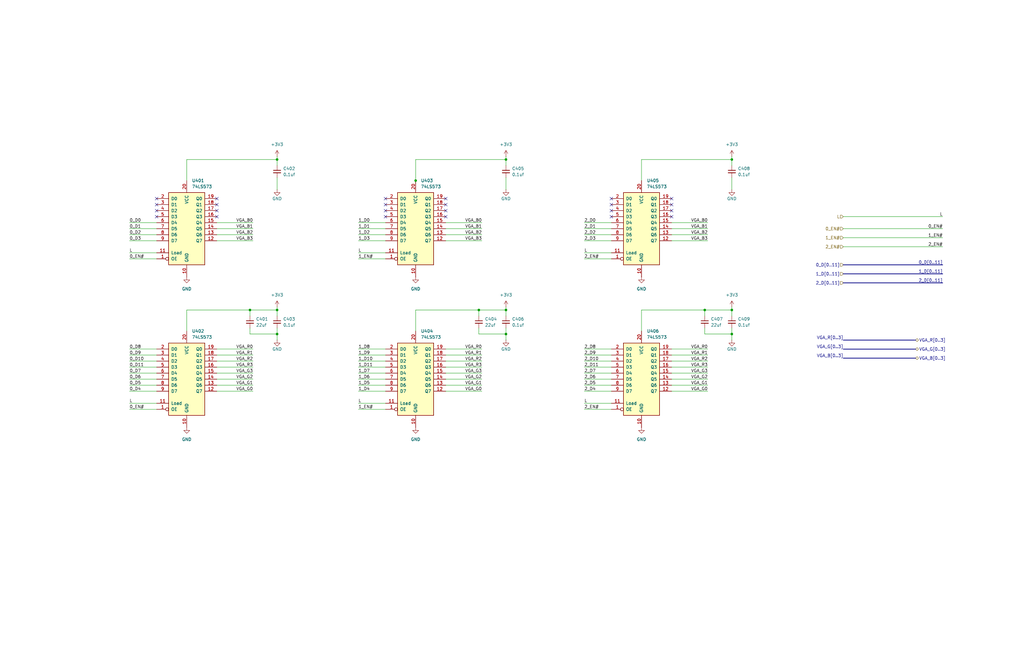
<source format=kicad_sch>
(kicad_sch (version 20231120) (generator "eeschema") (generator_version "8.0")
  (paper "USLedger")
  (lib_symbols
    (symbol "74xx:74LS573" (pin_names (offset 1.016))
      (property "Reference" "U" (at -7.62 16.51 0))
      (property "Value" "74LS573" (at -7.62 -16.51 0))
      (symbol "74LS573_1_0"
        (pin input inverted (at -12.7 -12.7 0) (length 5.08) (name "OE") (number "1"))
        (pin power_in line (at 0 -20.32 90) (length 5.08) (name "GND") (number "10"))
        (pin input line (at -12.7 -10.16 0) (length 5.08) (name "Load") (number "11"))
        (pin tri_state line (at 12.7 -5.08 180) (length 5.08) (name "Q7") (number "12"))
        (pin tri_state line (at 12.7 -2.54 180) (length 5.08) (name "Q6") (number "13"))
        (pin tri_state line (at 12.7 0 180) (length 5.08) (name "Q5") (number "14"))
        (pin tri_state line (at 12.7 2.54 180) (length 5.08) (name "Q4") (number "15"))
        (pin tri_state line (at 12.7 5.08 180) (length 5.08) (name "Q3") (number "16"))
        (pin tri_state line (at 12.7 7.62 180) (length 5.08) (name "Q2") (number "17"))
        (pin tri_state line (at 12.7 10.16 180) (length 5.08) (name "Q1") (number "18"))
        (pin tri_state line (at 12.7 12.7 180) (length 5.08) (name "Q0") (number "19"))
        (pin input line (at -12.7 12.7 0) (length 5.08) (name "D0") (number "2"))
        (pin power_in line (at 0 20.32 270) (length 5.08) (name "VCC") (number "20"))
        (pin input line (at -12.7 10.16 0) (length 5.08) (name "D1") (number "3"))
        (pin input line (at -12.7 7.62 0) (length 5.08) (name "D2") (number "4"))
        (pin input line (at -12.7 5.08 0) (length 5.08) (name "D3") (number "5"))
        (pin input line (at -12.7 2.54 0) (length 5.08) (name "D4") (number "6"))
        (pin input line (at -12.7 0 0) (length 5.08) (name "D5") (number "7"))
        (pin input line (at -12.7 -2.54 0) (length 5.08) (name "D6") (number "8"))
        (pin input line (at -12.7 -5.08 0) (length 5.08) (name "D7") (number "9"))
      )
      (symbol "74LS573_1_1"
        (rectangle (start -7.62 15.24) (end 7.62 -15.24) (stroke (width 0.254)) (fill (type background)))
      )
    )
    (symbol "Device:C_Small" (pin_numbers hide) (pin_names (offset 0.254) hide)
      (property "Reference" "C" (at 0.254 1.778 0))
      (property "Value" "C_Small" (at 0.254 -2.032 0))
      (symbol "C_Small_0_1"
        (polyline (pts (xy -1.524 -0.508) (xy 1.524 -0.508)) (stroke (width 0.3302)))
        (polyline (pts (xy -1.524 0.508) (xy 1.524 0.508)) (stroke (width 0.3048)))
      )
      (symbol "C_Small_1_1"
        (pin passive line (at 0 2.54 270) (length 2.032) (name "~") (number "1"))
        (pin passive line (at 0 -2.54 90) (length 2.032) (name "~") (number "2"))
      )
    )
    (symbol "power:+3V3" (power) (pin_numbers hide) (pin_names (offset 0) hide)
      (property "Value" "+3V3" (at 0 3.556 0))
      (symbol "+3V3_0_1"
        (polyline (pts (xy -0.762 1.27) (xy 0 2.54)))
        (polyline (pts (xy 0 0) (xy 0 2.54)))
        (polyline (pts (xy 0 2.54) (xy 0.762 1.27)))
      )
      (symbol "+3V3_1_1"
        (pin power_in line (at 0 0 90) (length 0) (name "~") (number "1"))
      )
    )
    (symbol "power:GND" (power) (pin_numbers hide) (pin_names (offset 0) hide)
      (property "Value" "GND" (at 0 -3.81 0))
      (symbol "GND_0_1"
        (polyline (pts (xy 0 0) (xy 0 -1.27) (xy 1.27 -1.27) (xy 0 -2.54) (xy -1.27 -1.27) (xy 0 -1.27)))
      )
      (symbol "GND_1_1"
        (pin power_in line (at 0 0 270) (length 0) (name "~") (number "1"))
      )
    )
  )
  (junction (at 105.41 130.81))
  (junction (at 116.84 67.31))
  (junction (at 116.84 140.97))
  (junction (at 308.61 67.31))
  (junction (at 308.61 130.81))
  (junction (at 297.18 130.81))
  (junction (at 308.61 140.97))
  (junction (at 213.36 130.81))
  (junction (at 116.84 130.81))
  (junction (at 201.93 130.81))
  (junction (at 213.36 140.97))
  (junction (at 213.36 67.31))
  (junction (at 175.26 76.2))
  (no_connect (at 187.96 86.36))
  (no_connect (at 91.44 91.44))
  (no_connect (at 91.44 86.36))
  (no_connect (at 283.21 88.9))
  (no_connect (at 162.56 88.9))
  (no_connect (at 283.21 83.82))
  (no_connect (at 257.81 88.9))
  (no_connect (at 257.81 83.82))
  (no_connect (at 162.56 83.82))
  (no_connect (at 91.44 88.9))
  (no_connect (at 66.04 88.9))
  (no_connect (at 187.96 88.9))
  (no_connect (at 257.81 86.36))
  (no_connect (at 91.44 83.82))
  (no_connect (at 283.21 91.44))
  (no_connect (at 187.96 91.44))
  (no_connect (at 66.04 86.36))
  (no_connect (at 162.56 86.36))
  (no_connect (at 283.21 86.36))
  (no_connect (at 162.56 91.44))
  (no_connect (at 66.04 91.44))
  (no_connect (at 257.81 91.44))
  (no_connect (at 66.04 83.82))
  (no_connect (at 187.96 83.82))
  (wire (pts (xy 246.38 96.52) (xy 257.81 96.52)))
  (wire (pts (xy 91.44 99.06) (xy 106.68 99.06)))
  (wire (pts (xy 187.96 157.48) (xy 203.2 157.48)))
  (wire (pts (xy 297.18 140.97) (xy 308.61 140.97)))
  (wire (pts (xy 151.13 170.18) (xy 162.56 170.18)))
  (wire (pts (xy 91.44 152.4) (xy 106.68 152.4)))
  (wire (pts (xy 283.21 99.06) (xy 298.45 99.06)))
  (bus (pts (xy 355.6 115.57) (xy 397.51 115.57)))
  (wire (pts (xy 54.61 157.48) (xy 66.04 157.48)))
  (wire (pts (xy 355.6 91.44) (xy 397.51 91.44)))
  (wire (pts (xy 78.74 130.81) (xy 105.41 130.81)))
  (wire (pts (xy 151.13 99.06) (xy 162.56 99.06)))
  (wire (pts (xy 175.26 77.47) (xy 175.26 76.2)))
  (wire (pts (xy 308.61 130.81) (xy 308.61 133.35)))
  (wire (pts (xy 91.44 162.56) (xy 106.68 162.56)))
  (wire (pts (xy 175.26 130.81) (xy 201.93 130.81)))
  (wire (pts (xy 54.61 172.72) (xy 66.04 172.72)))
  (wire (pts (xy 54.61 149.86) (xy 66.04 149.86)))
  (wire (pts (xy 151.13 165.1) (xy 162.56 165.1)))
  (wire (pts (xy 116.84 129.54) (xy 116.84 130.81)))
  (wire (pts (xy 151.13 152.4) (xy 162.56 152.4)))
  (wire (pts (xy 308.61 129.54) (xy 308.61 130.81)))
  (wire (pts (xy 91.44 93.98) (xy 106.68 93.98)))
  (wire (pts (xy 213.36 138.43) (xy 213.36 140.97)))
  (wire (pts (xy 54.61 101.6) (xy 66.04 101.6)))
  (wire (pts (xy 283.21 160.02) (xy 298.45 160.02)))
  (wire (pts (xy 201.93 140.97) (xy 213.36 140.97)))
  (wire (pts (xy 246.38 147.32) (xy 257.81 147.32)))
  (wire (pts (xy 187.96 147.32) (xy 203.2 147.32)))
  (wire (pts (xy 54.61 162.56) (xy 66.04 162.56)))
  (wire (pts (xy 246.38 99.06) (xy 257.81 99.06)))
  (wire (pts (xy 246.38 109.22) (xy 257.81 109.22)))
  (wire (pts (xy 213.36 74.93) (xy 213.36 80.01)))
  (wire (pts (xy 187.96 165.1) (xy 203.2 165.1)))
  (wire (pts (xy 187.96 101.6) (xy 203.2 101.6)))
  (wire (pts (xy 54.61 160.02) (xy 66.04 160.02)))
  (wire (pts (xy 283.21 162.56) (xy 298.45 162.56)))
  (wire (pts (xy 151.13 101.6) (xy 162.56 101.6)))
  (wire (pts (xy 187.96 149.86) (xy 203.2 149.86)))
  (wire (pts (xy 91.44 149.86) (xy 106.68 149.86)))
  (wire (pts (xy 246.38 93.98) (xy 257.81 93.98)))
  (wire (pts (xy 116.84 66.04) (xy 116.84 67.31)))
  (wire (pts (xy 105.41 130.81) (xy 116.84 130.81)))
  (wire (pts (xy 91.44 154.94) (xy 106.68 154.94)))
  (wire (pts (xy 308.61 138.43) (xy 308.61 140.97)))
  (wire (pts (xy 91.44 101.6) (xy 106.68 101.6)))
  (wire (pts (xy 187.96 162.56) (xy 203.2 162.56)))
  (wire (pts (xy 270.51 130.81) (xy 297.18 130.81)))
  (wire (pts (xy 246.38 149.86) (xy 257.81 149.86)))
  (wire (pts (xy 283.21 165.1) (xy 298.45 165.1)))
  (wire (pts (xy 246.38 160.02) (xy 257.81 160.02)))
  (wire (pts (xy 54.61 170.18) (xy 66.04 170.18)))
  (wire (pts (xy 283.21 152.4) (xy 298.45 152.4)))
  (wire (pts (xy 355.6 100.33) (xy 397.51 100.33)))
  (wire (pts (xy 187.96 93.98) (xy 203.2 93.98)))
  (wire (pts (xy 246.38 162.56) (xy 257.81 162.56)))
  (wire (pts (xy 297.18 138.43) (xy 297.18 140.97)))
  (wire (pts (xy 151.13 172.72) (xy 162.56 172.72)))
  (wire (pts (xy 187.96 99.06) (xy 203.2 99.06)))
  (bus (pts (xy 355.6 111.76) (xy 397.51 111.76)))
  (wire (pts (xy 91.44 96.52) (xy 106.68 96.52)))
  (wire (pts (xy 308.61 74.93) (xy 308.61 80.01)))
  (wire (pts (xy 91.44 157.48) (xy 106.68 157.48)))
  (wire (pts (xy 151.13 106.68) (xy 162.56 106.68)))
  (wire (pts (xy 151.13 160.02) (xy 162.56 160.02)))
  (wire (pts (xy 283.21 96.52) (xy 298.45 96.52)))
  (wire (pts (xy 105.41 138.43) (xy 105.41 140.97)))
  (wire (pts (xy 283.21 157.48) (xy 298.45 157.48)))
  (wire (pts (xy 246.38 106.68) (xy 257.81 106.68)))
  (wire (pts (xy 54.61 99.06) (xy 66.04 99.06)))
  (wire (pts (xy 105.41 140.97) (xy 116.84 140.97)))
  (wire (pts (xy 213.36 129.54) (xy 213.36 130.81)))
  (wire (pts (xy 91.44 160.02) (xy 106.68 160.02)))
  (wire (pts (xy 246.38 154.94) (xy 257.81 154.94)))
  (bus (pts (xy 355.6 143.51) (xy 386.08 143.51)))
  (wire (pts (xy 213.36 67.31) (xy 213.36 69.85)))
  (wire (pts (xy 283.21 154.94) (xy 298.45 154.94)))
  (wire (pts (xy 201.93 130.81) (xy 201.93 133.35)))
  (wire (pts (xy 116.84 130.81) (xy 116.84 133.35)))
  (wire (pts (xy 201.93 130.81) (xy 213.36 130.81)))
  (wire (pts (xy 246.38 157.48) (xy 257.81 157.48)))
  (wire (pts (xy 297.18 130.81) (xy 308.61 130.81)))
  (bus (pts (xy 355.6 147.32) (xy 386.08 147.32)))
  (wire (pts (xy 116.84 67.31) (xy 116.84 69.85)))
  (wire (pts (xy 283.21 101.6) (xy 298.45 101.6)))
  (wire (pts (xy 308.61 66.04) (xy 308.61 67.31)))
  (wire (pts (xy 187.96 154.94) (xy 203.2 154.94)))
  (wire (pts (xy 246.38 152.4) (xy 257.81 152.4)))
  (wire (pts (xy 246.38 165.1) (xy 257.81 165.1)))
  (wire (pts (xy 151.13 157.48) (xy 162.56 157.48)))
  (wire (pts (xy 54.61 165.1) (xy 66.04 165.1)))
  (wire (pts (xy 246.38 101.6) (xy 257.81 101.6)))
  (wire (pts (xy 54.61 109.22) (xy 66.04 109.22)))
  (wire (pts (xy 151.13 109.22) (xy 162.56 109.22)))
  (wire (pts (xy 308.61 140.97) (xy 308.61 143.51)))
  (wire (pts (xy 201.93 138.43) (xy 201.93 140.97)))
  (wire (pts (xy 91.44 165.1) (xy 106.68 165.1)))
  (wire (pts (xy 54.61 93.98) (xy 66.04 93.98)))
  (wire (pts (xy 54.61 154.94) (xy 66.04 154.94)))
  (wire (pts (xy 270.51 76.2) (xy 270.51 67.31)))
  (wire (pts (xy 175.26 139.7) (xy 175.26 130.81)))
  (wire (pts (xy 151.13 162.56) (xy 162.56 162.56)))
  (wire (pts (xy 355.6 104.14) (xy 397.51 104.14)))
  (wire (pts (xy 116.84 140.97) (xy 116.84 143.51)))
  (wire (pts (xy 283.21 93.98) (xy 298.45 93.98)))
  (wire (pts (xy 116.84 138.43) (xy 116.84 140.97)))
  (wire (pts (xy 54.61 106.68) (xy 66.04 106.68)))
  (wire (pts (xy 213.36 66.04) (xy 213.36 67.31)))
  (wire (pts (xy 54.61 152.4) (xy 66.04 152.4)))
  (wire (pts (xy 175.26 67.31) (xy 175.26 76.2)))
  (wire (pts (xy 213.36 130.81) (xy 213.36 133.35)))
  (wire (pts (xy 213.36 140.97) (xy 213.36 143.51)))
  (wire (pts (xy 308.61 67.31) (xy 308.61 69.85)))
  (wire (pts (xy 246.38 172.72) (xy 257.81 172.72)))
  (wire (pts (xy 78.74 67.31) (xy 116.84 67.31)))
  (wire (pts (xy 54.61 96.52) (xy 66.04 96.52)))
  (wire (pts (xy 283.21 149.86) (xy 298.45 149.86)))
  (wire (pts (xy 78.74 139.7) (xy 78.74 130.81)))
  (bus (pts (xy 355.6 151.13) (xy 386.08 151.13)))
  (wire (pts (xy 355.6 96.52) (xy 397.51 96.52)))
  (wire (pts (xy 151.13 149.86) (xy 162.56 149.86)))
  (wire (pts (xy 187.96 96.52) (xy 203.2 96.52)))
  (wire (pts (xy 246.38 170.18) (xy 257.81 170.18)))
  (wire (pts (xy 270.51 67.31) (xy 308.61 67.31)))
  (wire (pts (xy 283.21 147.32) (xy 298.45 147.32)))
  (wire (pts (xy 297.18 133.35) (xy 297.18 130.81)))
  (wire (pts (xy 151.13 93.98) (xy 162.56 93.98)))
  (bus (pts (xy 355.6 119.38) (xy 397.51 119.38)))
  (wire (pts (xy 151.13 147.32) (xy 162.56 147.32)))
  (wire (pts (xy 187.96 152.4) (xy 203.2 152.4)))
  (wire (pts (xy 187.96 160.02) (xy 203.2 160.02)))
  (wire (pts (xy 151.13 154.94) (xy 162.56 154.94)))
  (wire (pts (xy 54.61 147.32) (xy 66.04 147.32)))
  (wire (pts (xy 78.74 76.2) (xy 78.74 67.31)))
  (wire (pts (xy 105.41 133.35) (xy 105.41 130.81)))
  (wire (pts (xy 270.51 139.7) (xy 270.51 130.81)))
  (wire (pts (xy 91.44 147.32) (xy 106.68 147.32)))
  (wire (pts (xy 116.84 74.93) (xy 116.84 80.01)))
  (wire (pts (xy 151.13 96.52) (xy 162.56 96.52)))
  (wire (pts (xy 175.26 67.31) (xy 213.36 67.31)))
  (label "2_EN#" (at 397.51 104.14 180))
  (label "0_D8" (at 54.61 147.32 0))
  (label "1_D6" (at 151.13 160.02 0))
  (label "VGA_R3" (at 203.2 154.94 180))
  (label "1_D3" (at 151.13 101.6 0))
  (label "0_D11" (at 54.61 154.94 0))
  (label "2_D[0..11]" (at 397.51 119.38 180))
  (label "VGA_R2" (at 298.45 152.4 180))
  (label "2_D6" (at 246.38 160.02 0))
  (label "1_D10" (at 151.13 152.4 0))
  (label "2_D5" (at 246.38 162.56 0))
  (label "1_D11" (at 151.13 154.94 0))
  (label "1_EN#" (at 151.13 109.22 0))
  (label "VGA_G0" (at 106.68 165.1 180))
  (label "VGA_B2" (at 203.2 99.06 180))
  (label "0_D2" (at 54.61 99.06 0))
  (label "VGA_B3" (at 298.45 101.6 180))
  (label "0_EN#" (at 54.61 172.72 0))
  (label "L" (at 54.61 170.18 0))
  (label "1_D9" (at 151.13 149.86 0))
  (label "2_D2" (at 246.38 99.06 0))
  (label "VGA_G3" (at 106.68 157.48 180))
  (label "2_D10" (at 246.38 152.4 0))
  (label "0_D3" (at 54.61 101.6 0))
  (label "1_D7" (at 151.13 157.48 0))
  (label "VGA_G[0..3]" (at 355.6 147.32 180))
  (label "VGA_R2" (at 203.2 152.4 180))
  (label "VGA_B1" (at 106.68 96.52 180))
  (label "0_EN#" (at 397.51 96.52 180))
  (label "VGA_R1" (at 106.68 149.86 180))
  (label "2_D9" (at 246.38 149.86 0))
  (label "VGA_R1" (at 203.2 149.86 180))
  (label "2_D0" (at 246.38 93.98 0))
  (label "L" (at 246.38 106.68 0))
  (label "VGA_G1" (at 106.68 162.56 180))
  (label "2_D4" (at 246.38 165.1 0))
  (label "1_D8" (at 151.13 147.32 0))
  (label "VGA_R0" (at 203.2 147.32 180))
  (label "VGA_G0" (at 298.45 165.1 180))
  (label "VGA_R0" (at 298.45 147.32 180))
  (label "2_D7" (at 246.38 157.48 0))
  (label "1_D1" (at 151.13 96.52 0))
  (label "L" (at 151.13 106.68 0))
  (label "2_D11" (at 246.38 154.94 0))
  (label "1_D5" (at 151.13 162.56 0))
  (label "0_D6" (at 54.61 160.02 0))
  (label "VGA_B2" (at 298.45 99.06 180))
  (label "VGA_R0" (at 106.68 147.32 180))
  (label "L" (at 397.51 91.44 180))
  (label "L" (at 54.61 106.68 0))
  (label "VGA_B2" (at 106.68 99.06 180))
  (label "1_D0" (at 151.13 93.98 0))
  (label "0_D4" (at 54.61 165.1 0))
  (label "VGA_R1" (at 298.45 149.86 180))
  (label "VGA_B[0..3]" (at 355.6 151.13 180))
  (label "0_EN#" (at 54.61 109.22 0))
  (label "VGA_G1" (at 298.45 162.56 180))
  (label "1_D[0..11]" (at 397.51 115.57 180))
  (label "0_D0" (at 54.61 93.98 0))
  (label "VGA_R3" (at 298.45 154.94 180))
  (label "1_D2" (at 151.13 99.06 0))
  (label "L" (at 151.13 170.18 0))
  (label "2_D1" (at 246.38 96.52 0))
  (label "VGA_G3" (at 298.45 157.48 180))
  (label "VGA_B0" (at 203.2 93.98 180))
  (label "VGA_B0" (at 298.45 93.98 180))
  (label "0_D9" (at 54.61 149.86 0))
  (label "VGA_B0" (at 106.68 93.98 180))
  (label "VGA_B1" (at 203.2 96.52 180))
  (label "VGA_R[0..3]" (at 355.6 143.51 180))
  (label "2_D3" (at 246.38 101.6 0))
  (label "0_D5" (at 54.61 162.56 0))
  (label "0_D7" (at 54.61 157.48 0))
  (label "VGA_G2" (at 203.2 160.02 180))
  (label "2_EN#" (at 246.38 172.72 0))
  (label "VGA_G1" (at 203.2 162.56 180))
  (label "VGA_B3" (at 106.68 101.6 180))
  (label "2_D8" (at 246.38 147.32 0))
  (label "VGA_G0" (at 203.2 165.1 180))
  (label "VGA_B3" (at 203.2 101.6 180))
  (label "VGA_R3" (at 106.68 154.94 180))
  (label "VGA_B1" (at 298.45 96.52 180))
  (label "VGA_G3" (at 203.2 157.48 180))
  (label "VGA_R2" (at 106.68 152.4 180))
  (label "0_D[0..11]" (at 397.51 111.76 180))
  (label "L" (at 246.38 170.18 0))
  (label "2_EN#" (at 246.38 109.22 0))
  (label "1_D4" (at 151.13 165.1 0))
  (label "0_D1" (at 54.61 96.52 0))
  (label "VGA_G2" (at 106.68 160.02 180))
  (label "1_EN#" (at 151.13 172.72 0))
  (label "1_EN#" (at 397.51 100.33 180))
  (label "0_D10" (at 54.61 152.4 0))
  (label "VGA_G2" (at 298.45 160.02 180))
  (hierarchical_label "1_D[0..11]" (shape input) (at 355.6 115.57 180))
  (hierarchical_label "L" (shape input) (at 355.6 91.44 180))
  (hierarchical_label "1_EN#" (shape input) (at 355.6 100.33 180))
  (hierarchical_label "2_EN#" (shape input) (at 355.6 104.14 180))
  (hierarchical_label "2_D[0..11]" (shape input) (at 355.6 119.38 180))
  (hierarchical_label "VGA_R[0..3]" (shape tri_state) (at 386.08 143.51 0))
  (hierarchical_label "0_D[0..11]" (shape input) (at 355.6 111.76 180))
  (hierarchical_label "VGA_G[0..3]" (shape tri_state) (at 386.08 147.32 0))
  (hierarchical_label "0_EN#" (shape input) (at 355.6 96.52 180))
  (hierarchical_label "VGA_B[0..3]" (shape tri_state) (at 386.08 151.13 0))
  (symbol (lib_id "power:+3V3") (at 213.36 129.54 0) (unit 1)
    (property "Reference" "#PWR0411" (effects (hide yes)))
    (property "Value" "+3V3" (at 213.36 124.46 0))
    (property "Description" "Power symbol creates a global label with name \"+3V3\"" (effects (hide yes)))
  )
  (symbol (lib_id "power:GND") (at 116.84 80.01 0) (unit 1)
    (property "Reference" "#PWR0404" (effects (hide yes)))
    (property "Value" "GND" (at 116.84 83.82 0))
    (property "Description" "Power symbol creates a global label with name \"GND\" , ground" (effects (hide yes)))
  )
  (symbol (lib_id "power:GND") (at 308.61 80.01 0) (unit 1)
    (property "Reference" "#PWR0416" (effects (hide yes)))
    (property "Value" "GND" (at 308.61 83.82 0))
    (property "Description" "Power symbol creates a global label with name \"GND\" , ground" (effects (hide yes)))
  )
  (symbol (lib_id "power:GND") (at 78.74 180.34 0) (unit 1)
    (property "Reference" "#PWR0402" (effects (hide yes)))
    (property "Value" "GND" (at 78.74 185.42 0))
    (property "Description" "Power symbol creates a global label with name \"GND\" , ground" (effects (hide yes)))
  )
  (symbol (lib_id "Device:C_Small") (at 116.84 135.89 0) (unit 1)
    (property "Reference" "C403" (at 119.38 134.6262 0) (effects (justify left)))
    (property "Value" "0.1uf" (at 119.38 137.1662 0) (effects (justify left)))
    (property "Footprint" "Capacitor_SMD:C_0402_1005Metric" (effects (hide yes)))
    (property "Description" "Unpolarized capacitor, small symbol" (effects (hide yes)))
    (property "LCSC Part #" "C1525" (effects (hide yes)))
    (property "Digi-Key Part Number" "490-6328-1-ND" (effects (hide yes)))
  )
  (symbol (lib_id "Device:C_Small") (at 297.18 135.89 0) (unit 1)
    (property "Reference" "C407" (at 299.72 134.6262 0) (effects (justify left)))
    (property "Value" "22uf" (at 299.72 137.1662 0) (effects (justify left)))
    (property "Footprint" "Capacitor_SMD:C_0603_1608Metric" (effects (hide yes)))
    (property "Description" "Unpolarized capacitor, small symbol" (effects (hide yes)))
    (property "LCSC Part #" "C59461" (effects (hide yes)))
    (property "Digi-Key Part Number" "490-7611-1-ND" (effects (hide yes)))
  )
  (symbol (lib_id "74xx:74LS573") (at 175.26 160.02 0) (unit 1)
    (property "Reference" "U404" (at 177.4541 139.7 0) (effects (justify left)))
    (property "Value" "74LS573" (at 177.4541 142.24 0) (effects (justify left)))
    (property "Footprint" "Package_SO:SSOP-20_4.4x6.5mm_P0.65mm" (effects (hide yes)))
    (property "Datasheet" "74xx/74hc573.pdf" (effects (hide yes)))
    (property "Description" "8-bit Latch 3-state outputs" (effects (hide yes)))
    (property "LCSC Part #" "C7194124" (effects (hide yes)))
  )
  (symbol (lib_id "power:+3V3") (at 116.84 66.04 0) (unit 1)
    (property "Reference" "#PWR0403" (effects (hide yes)))
    (property "Value" "+3V3" (at 116.84 60.96 0))
    (property "Description" "Power symbol creates a global label with name \"+3V3\"" (effects (hide yes)))
  )
  (symbol (lib_id "power:GND") (at 308.61 143.51 0) (unit 1)
    (property "Reference" "#PWR0418" (effects (hide yes)))
    (property "Value" "GND" (at 308.61 147.32 0))
    (property "Description" "Power symbol creates a global label with name \"GND\" , ground" (effects (hide yes)))
  )
  (symbol (lib_id "power:+3V3") (at 308.61 66.04 0) (unit 1)
    (property "Reference" "#PWR0415" (effects (hide yes)))
    (property "Value" "+3V3" (at 308.61 60.96 0))
    (property "Description" "Power symbol creates a global label with name \"+3V3\"" (effects (hide yes)))
  )
  (symbol (lib_id "74xx:74LS573") (at 78.74 96.52 0) (unit 1)
    (property "Reference" "U401" (at 80.9341 76.2 0) (effects (justify left)))
    (property "Value" "74LS573" (at 80.9341 78.74 0) (effects (justify left)))
    (property "Footprint" "Package_SO:SSOP-20_4.4x6.5mm_P0.65mm" (effects (hide yes)))
    (property "Datasheet" "74xx/74hc573.pdf" (effects (hide yes)))
    (property "Description" "8-bit Latch 3-state outputs" (effects (hide yes)))
    (property "LCSC Part #" "C7194124" (effects (hide yes)))
  )
  (symbol (lib_id "power:GND") (at 213.36 80.01 0) (unit 1)
    (property "Reference" "#PWR0410" (effects (hide yes)))
    (property "Value" "GND" (at 213.36 83.82 0))
    (property "Description" "Power symbol creates a global label with name \"GND\" , ground" (effects (hide yes)))
  )
  (symbol (lib_id "power:+3V3") (at 213.36 66.04 0) (unit 1)
    (property "Reference" "#PWR0409" (effects (hide yes)))
    (property "Value" "+3V3" (at 213.36 60.96 0))
    (property "Description" "Power symbol creates a global label with name \"+3V3\"" (effects (hide yes)))
  )
  (symbol (lib_id "74xx:74LS573") (at 270.51 160.02 0) (unit 1)
    (property "Reference" "U406" (at 272.7041 139.7 0) (effects (justify left)))
    (property "Value" "74LS573" (at 272.7041 142.24 0) (effects (justify left)))
    (property "Footprint" "Package_SO:SSOP-20_4.4x6.5mm_P0.65mm" (effects (hide yes)))
    (property "Datasheet" "74xx/74hc573.pdf" (effects (hide yes)))
    (property "Description" "8-bit Latch 3-state outputs" (effects (hide yes)))
    (property "LCSC Part #" "C7194124" (effects (hide yes)))
  )
  (symbol (lib_id "power:GND") (at 175.26 116.84 0) (unit 1)
    (property "Reference" "#PWR0407" (effects (hide yes)))
    (property "Value" "GND" (at 175.26 121.92 0))
    (property "Description" "Power symbol creates a global label with name \"GND\" , ground" (effects (hide yes)))
  )
  (symbol (lib_id "power:+3V3") (at 116.84 129.54 0) (unit 1)
    (property "Reference" "#PWR0405" (effects (hide yes)))
    (property "Value" "+3V3" (at 116.84 124.46 0))
    (property "Description" "Power symbol creates a global label with name \"+3V3\"" (effects (hide yes)))
  )
  (symbol (lib_id "power:+3V3") (at 308.61 129.54 0) (unit 1)
    (property "Reference" "#PWR0417" (effects (hide yes)))
    (property "Value" "+3V3" (at 308.61 124.46 0))
    (property "Description" "Power symbol creates a global label with name \"+3V3\"" (effects (hide yes)))
  )
  (symbol (lib_id "Device:C_Small") (at 308.61 135.89 0) (unit 1)
    (property "Reference" "C409" (at 311.15 134.6262 0) (effects (justify left)))
    (property "Value" "0.1uf" (at 311.15 137.1662 0) (effects (justify left)))
    (property "Footprint" "Capacitor_SMD:C_0402_1005Metric" (effects (hide yes)))
    (property "Description" "Unpolarized capacitor, small symbol" (effects (hide yes)))
    (property "LCSC Part #" "C1525" (effects (hide yes)))
    (property "Digi-Key Part Number" "490-6328-1-ND" (effects (hide yes)))
  )
  (symbol (lib_id "74xx:74LS573") (at 175.26 96.52 0) (unit 1)
    (property "Reference" "U403" (at 177.4541 76.2 0) (effects (justify left)))
    (property "Value" "74LS573" (at 177.4541 78.74 0) (effects (justify left)))
    (property "Footprint" "Package_SO:SSOP-20_4.4x6.5mm_P0.65mm" (effects (hide yes)))
    (property "Datasheet" "74xx/74hc573.pdf" (effects (hide yes)))
    (property "Description" "8-bit Latch 3-state outputs" (effects (hide yes)))
    (property "LCSC Part #" "C7194124" (effects (hide yes)))
  )
  (symbol (lib_id "power:GND") (at 116.84 143.51 0) (unit 1)
    (property "Reference" "#PWR0406" (effects (hide yes)))
    (property "Value" "GND" (at 116.84 147.32 0))
    (property "Description" "Power symbol creates a global label with name \"GND\" , ground" (effects (hide yes)))
  )
  (symbol (lib_id "Device:C_Small") (at 213.36 72.39 0) (unit 1)
    (property "Reference" "C405" (at 215.9 71.1262 0) (effects (justify left)))
    (property "Value" "0.1uf" (at 215.9 73.6662 0) (effects (justify left)))
    (property "Footprint" "Capacitor_SMD:C_0402_1005Metric" (effects (hide yes)))
    (property "Description" "Unpolarized capacitor, small symbol" (effects (hide yes)))
    (property "LCSC Part #" "C1525" (effects (hide yes)))
    (property "Digi-Key Part Number" "490-6328-1-ND" (effects (hide yes)))
  )
  (symbol (lib_id "74xx:74LS573") (at 270.51 96.52 0) (unit 1)
    (property "Reference" "U405" (at 272.7041 76.2 0) (effects (justify left)))
    (property "Value" "74LS573" (at 272.7041 78.74 0) (effects (justify left)))
    (property "Footprint" "Package_SO:SSOP-20_4.4x6.5mm_P0.65mm" (effects (hide yes)))
    (property "Datasheet" "74xx/74hc573.pdf" (effects (hide yes)))
    (property "Description" "8-bit Latch 3-state outputs" (effects (hide yes)))
    (property "LCSC Part #" "C7194124" (effects (hide yes)))
  )
  (symbol (lib_id "74xx:74LS573") (at 78.74 160.02 0) (unit 1)
    (property "Reference" "U402" (at 80.9341 139.7 0) (effects (justify left)))
    (property "Value" "74LS573" (at 80.9341 142.24 0) (effects (justify left)))
    (property "Footprint" "Package_SO:SSOP-20_4.4x6.5mm_P0.65mm" (effects (hide yes)))
    (property "Datasheet" "74xx/74hc573.pdf" (effects (hide yes)))
    (property "Description" "8-bit Latch 3-state outputs" (effects (hide yes)))
    (property "LCSC Part #" "C7194124" (effects (hide yes)))
  )
  (symbol (lib_id "power:GND") (at 78.74 116.84 0) (unit 1)
    (property "Reference" "#PWR0401" (effects (hide yes)))
    (property "Value" "GND" (at 78.74 121.92 0))
    (property "Description" "Power symbol creates a global label with name \"GND\" , ground" (effects (hide yes)))
  )
  (symbol (lib_id "Device:C_Small") (at 308.61 72.39 0) (unit 1)
    (property "Reference" "C408" (at 311.15 71.1262 0) (effects (justify left)))
    (property "Value" "0.1uf" (at 311.15 73.6662 0) (effects (justify left)))
    (property "Footprint" "Capacitor_SMD:C_0402_1005Metric" (effects (hide yes)))
    (property "Description" "Unpolarized capacitor, small symbol" (effects (hide yes)))
    (property "LCSC Part #" "C1525" (effects (hide yes)))
    (property "Digi-Key Part Number" "490-6328-1-ND" (effects (hide yes)))
  )
  (symbol (lib_id "Device:C_Small") (at 105.41 135.89 0) (unit 1)
    (property "Reference" "C401" (at 107.95 134.6262 0) (effects (justify left)))
    (property "Value" "22uf" (at 107.95 137.1662 0) (effects (justify left)))
    (property "Footprint" "Capacitor_SMD:C_0603_1608Metric" (effects (hide yes)))
    (property "Description" "Unpolarized capacitor, small symbol" (effects (hide yes)))
    (property "LCSC Part #" "C59461" (effects (hide yes)))
    (property "Digi-Key Part Number" "490-7611-1-ND" (effects (hide yes)))
  )
  (symbol (lib_id "Device:C_Small") (at 201.93 135.89 0) (unit 1)
    (property "Reference" "C404" (at 204.47 134.6262 0) (effects (justify left)))
    (property "Value" "22uf" (at 204.47 137.1662 0) (effects (justify left)))
    (property "Footprint" "Capacitor_SMD:C_0603_1608Metric" (effects (hide yes)))
    (property "Description" "Unpolarized capacitor, small symbol" (effects (hide yes)))
    (property "LCSC Part #" "C1525" (effects (hide yes)))
    (property "Digi-Key Part Number" "490-6328-1-ND" (effects (hide yes)))
  )
  (symbol (lib_id "power:GND") (at 270.51 180.34 0) (unit 1)
    (property "Reference" "#PWR0414" (effects (hide yes)))
    (property "Value" "GND" (at 270.51 185.42 0))
    (property "Description" "Power symbol creates a global label with name \"GND\" , ground" (effects (hide yes)))
  )
  (symbol (lib_id "power:GND") (at 213.36 143.51 0) (unit 1)
    (property "Reference" "#PWR0412" (effects (hide yes)))
    (property "Value" "GND" (at 213.36 147.32 0))
    (property "Description" "Power symbol creates a global label with name \"GND\" , ground" (effects (hide yes)))
  )
  (symbol (lib_id "Device:C_Small") (at 116.84 72.39 0) (unit 1)
    (property "Reference" "C402" (at 119.38 71.1262 0) (effects (justify left)))
    (property "Value" "0.1uf" (at 119.38 73.6662 0) (effects (justify left)))
    (property "Footprint" "Capacitor_SMD:C_0402_1005Metric" (effects (hide yes)))
    (property "Description" "Unpolarized capacitor, small symbol" (effects (hide yes)))
    (property "LCSC Part #" "C1525" (effects (hide yes)))
    (property "Digi-Key Part Number" "490-6328-1-ND" (effects (hide yes)))
  )
  (symbol (lib_id "power:GND") (at 175.26 180.34 0) (unit 1)
    (property "Reference" "#PWR0408" (effects (hide yes)))
    (property "Value" "GND" (at 175.26 185.42 0))
    (property "Description" "Power symbol creates a global label with name \"GND\" , ground" (effects (hide yes)))
  )
  (symbol (lib_id "Device:C_Small") (at 213.36 135.89 0) (unit 1)
    (property "Reference" "C406" (at 215.9 134.6262 0) (effects (justify left)))
    (property "Value" "0.1uf" (at 215.9 137.1662 0) (effects (justify left)))
    (property "Footprint" "Capacitor_SMD:C_0402_1005Metric" (effects (hide yes)))
    (property "Description" "Unpolarized capacitor, small symbol" (effects (hide yes)))
    (property "LCSC Part #" "C1525" (effects (hide yes)))
    (property "Digi-Key Part Number" "490-6328-1-ND" (effects (hide yes)))
  )
  (symbol (lib_id "power:GND") (at 270.51 116.84 0) (unit 1)
    (property "Reference" "#PWR0413" (effects (hide yes)))
    (property "Value" "GND" (at 270.51 121.92 0))
    (property "Description" "Power symbol creates a global label with name \"GND\" , ground" (effects (hide yes)))
  )
)
</source>
